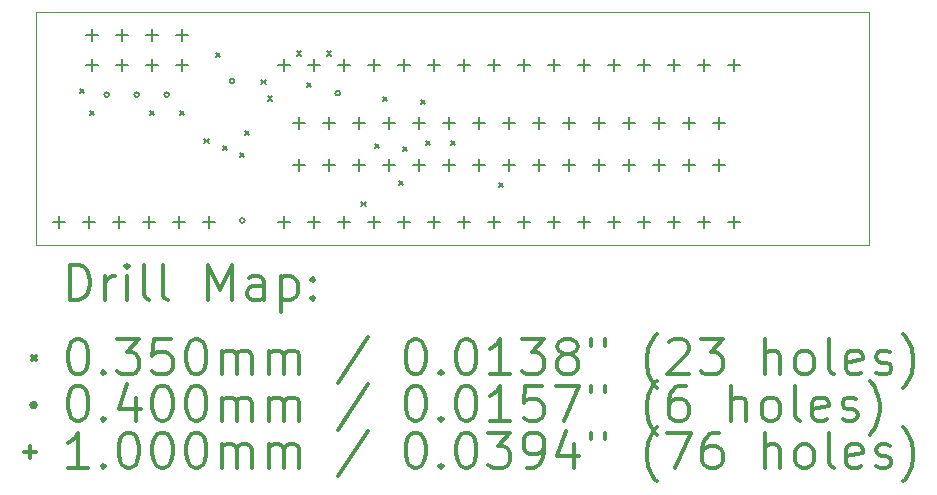
<source format=gbr>
%FSLAX45Y45*%
G04 Gerber Fmt 4.5, Leading zero omitted, Abs format (unit mm)*
G04 Created by KiCad (PCBNEW (5.1.10)-1) date 2022-11-19 00:44:42*
%MOMM*%
%LPD*%
G01*
G04 APERTURE LIST*
%TA.AperFunction,Profile*%
%ADD10C,0.050000*%
%TD*%
%ADD11C,0.200000*%
%ADD12C,0.300000*%
G04 APERTURE END LIST*
D10*
X18669000Y-10858500D02*
X18669000Y-11112500D01*
X18561050Y-10858500D02*
X18669000Y-10858500D01*
X11620500Y-10858500D02*
X18561050Y-10858500D01*
X11620500Y-12827000D02*
X11620500Y-10858500D01*
X18669000Y-12827000D02*
X18669000Y-11112500D01*
X18605500Y-12827000D02*
X18669000Y-12827000D01*
X17716500Y-12827000D02*
X18605500Y-12827000D01*
X11620500Y-12827000D02*
X17716500Y-12827000D01*
D11*
X11990350Y-11507750D02*
X12025350Y-11542750D01*
X12025350Y-11507750D02*
X11990350Y-11542750D01*
X12072900Y-11693500D02*
X12107900Y-11728500D01*
X12107900Y-11693500D02*
X12072900Y-11728500D01*
X12580900Y-11691900D02*
X12615900Y-11726900D01*
X12615900Y-11691900D02*
X12580900Y-11726900D01*
X12834900Y-11693500D02*
X12869900Y-11728500D01*
X12869900Y-11693500D02*
X12834900Y-11728500D01*
X13044450Y-11933200D02*
X13079450Y-11968200D01*
X13079450Y-11933200D02*
X13044450Y-11968200D01*
X13139700Y-11202950D02*
X13174700Y-11237950D01*
X13174700Y-11202950D02*
X13139700Y-11237950D01*
X13203200Y-11990350D02*
X13238200Y-12025350D01*
X13238200Y-11990350D02*
X13203200Y-12025350D01*
X13342900Y-12047500D02*
X13377900Y-12082500D01*
X13377900Y-12047500D02*
X13342900Y-12082500D01*
X13387350Y-11863350D02*
X13422350Y-11898350D01*
X13422350Y-11863350D02*
X13387350Y-11898350D01*
X13527050Y-11431550D02*
X13562050Y-11466550D01*
X13562050Y-11431550D02*
X13527050Y-11466550D01*
X13584200Y-11571250D02*
X13619200Y-11606250D01*
X13619200Y-11571250D02*
X13584200Y-11606250D01*
X13825500Y-11190250D02*
X13860500Y-11225250D01*
X13860500Y-11190250D02*
X13825500Y-11225250D01*
X13914400Y-11456950D02*
X13949400Y-11491950D01*
X13949400Y-11456950D02*
X13914400Y-11491950D01*
X14079500Y-11190250D02*
X14114500Y-11225250D01*
X14114500Y-11190250D02*
X14079500Y-11225250D01*
X14374200Y-12464000D02*
X14409200Y-12499000D01*
X14409200Y-12464000D02*
X14374200Y-12499000D01*
X14485900Y-11971300D02*
X14520900Y-12006300D01*
X14520900Y-11971300D02*
X14485900Y-12006300D01*
X14558290Y-11578870D02*
X14593290Y-11613870D01*
X14593290Y-11578870D02*
X14558290Y-11613870D01*
X14689100Y-12288800D02*
X14724100Y-12323800D01*
X14724100Y-12288800D02*
X14689100Y-12323800D01*
X14727200Y-11996700D02*
X14762200Y-12031700D01*
X14762200Y-11996700D02*
X14727200Y-12031700D01*
X14879600Y-11603000D02*
X14914600Y-11638000D01*
X14914600Y-11603000D02*
X14879600Y-11638000D01*
X14917700Y-11945900D02*
X14952700Y-11980900D01*
X14952700Y-11945900D02*
X14917700Y-11980900D01*
X15133600Y-11945900D02*
X15168600Y-11980900D01*
X15168600Y-11945900D02*
X15133600Y-11980900D01*
X15540000Y-12301500D02*
X15575000Y-12336500D01*
X15575000Y-12301500D02*
X15540000Y-12336500D01*
X12237400Y-11557000D02*
G75*
G03*
X12237400Y-11557000I-20000J0D01*
G01*
X12491400Y-11557000D02*
G75*
G03*
X12491400Y-11557000I-20000J0D01*
G01*
X12745400Y-11557000D02*
G75*
G03*
X12745400Y-11557000I-20000J0D01*
G01*
X13296580Y-11441430D02*
G75*
G03*
X13296580Y-11441430I-20000J0D01*
G01*
X13385480Y-12622530D02*
G75*
G03*
X13385480Y-12622530I-20000J0D01*
G01*
X14193200Y-11544300D02*
G75*
G03*
X14193200Y-11544300I-20000J0D01*
G01*
X11811000Y-12586500D02*
X11811000Y-12686500D01*
X11761000Y-12636500D02*
X11861000Y-12636500D01*
X12065000Y-12586500D02*
X12065000Y-12686500D01*
X12015000Y-12636500D02*
X12115000Y-12636500D01*
X12090400Y-10999000D02*
X12090400Y-11099000D01*
X12040400Y-11049000D02*
X12140400Y-11049000D01*
X12090400Y-11253000D02*
X12090400Y-11353000D01*
X12040400Y-11303000D02*
X12140400Y-11303000D01*
X12319000Y-12586500D02*
X12319000Y-12686500D01*
X12269000Y-12636500D02*
X12369000Y-12636500D01*
X12344400Y-10999000D02*
X12344400Y-11099000D01*
X12294400Y-11049000D02*
X12394400Y-11049000D01*
X12344400Y-11253000D02*
X12344400Y-11353000D01*
X12294400Y-11303000D02*
X12394400Y-11303000D01*
X12573000Y-12586500D02*
X12573000Y-12686500D01*
X12523000Y-12636500D02*
X12623000Y-12636500D01*
X12598400Y-10999000D02*
X12598400Y-11099000D01*
X12548400Y-11049000D02*
X12648400Y-11049000D01*
X12598400Y-11253000D02*
X12598400Y-11353000D01*
X12548400Y-11303000D02*
X12648400Y-11303000D01*
X12827000Y-12586500D02*
X12827000Y-12686500D01*
X12777000Y-12636500D02*
X12877000Y-12636500D01*
X12852400Y-10999000D02*
X12852400Y-11099000D01*
X12802400Y-11049000D02*
X12902400Y-11049000D01*
X12852400Y-11253000D02*
X12852400Y-11353000D01*
X12802400Y-11303000D02*
X12902400Y-11303000D01*
X13081000Y-12586500D02*
X13081000Y-12686500D01*
X13031000Y-12636500D02*
X13131000Y-12636500D01*
X13716000Y-11253000D02*
X13716000Y-11353000D01*
X13666000Y-11303000D02*
X13766000Y-11303000D01*
X13716000Y-12586500D02*
X13716000Y-12686500D01*
X13666000Y-12636500D02*
X13766000Y-12636500D01*
X13843000Y-11747900D02*
X13843000Y-11847900D01*
X13793000Y-11797900D02*
X13893000Y-11797900D01*
X13843000Y-12103900D02*
X13843000Y-12203900D01*
X13793000Y-12153900D02*
X13893000Y-12153900D01*
X13970000Y-11253000D02*
X13970000Y-11353000D01*
X13920000Y-11303000D02*
X14020000Y-11303000D01*
X13970000Y-12586500D02*
X13970000Y-12686500D01*
X13920000Y-12636500D02*
X14020000Y-12636500D01*
X14097000Y-11747900D02*
X14097000Y-11847900D01*
X14047000Y-11797900D02*
X14147000Y-11797900D01*
X14097000Y-12103900D02*
X14097000Y-12203900D01*
X14047000Y-12153900D02*
X14147000Y-12153900D01*
X14224000Y-11253000D02*
X14224000Y-11353000D01*
X14174000Y-11303000D02*
X14274000Y-11303000D01*
X14224000Y-12586500D02*
X14224000Y-12686500D01*
X14174000Y-12636500D02*
X14274000Y-12636500D01*
X14351000Y-11747900D02*
X14351000Y-11847900D01*
X14301000Y-11797900D02*
X14401000Y-11797900D01*
X14351000Y-12103900D02*
X14351000Y-12203900D01*
X14301000Y-12153900D02*
X14401000Y-12153900D01*
X14478000Y-11253000D02*
X14478000Y-11353000D01*
X14428000Y-11303000D02*
X14528000Y-11303000D01*
X14478000Y-12586500D02*
X14478000Y-12686500D01*
X14428000Y-12636500D02*
X14528000Y-12636500D01*
X14605000Y-11747900D02*
X14605000Y-11847900D01*
X14555000Y-11797900D02*
X14655000Y-11797900D01*
X14605000Y-12103900D02*
X14605000Y-12203900D01*
X14555000Y-12153900D02*
X14655000Y-12153900D01*
X14732000Y-11253000D02*
X14732000Y-11353000D01*
X14682000Y-11303000D02*
X14782000Y-11303000D01*
X14732000Y-12586500D02*
X14732000Y-12686500D01*
X14682000Y-12636500D02*
X14782000Y-12636500D01*
X14859000Y-11747900D02*
X14859000Y-11847900D01*
X14809000Y-11797900D02*
X14909000Y-11797900D01*
X14859000Y-12103900D02*
X14859000Y-12203900D01*
X14809000Y-12153900D02*
X14909000Y-12153900D01*
X14986000Y-11253000D02*
X14986000Y-11353000D01*
X14936000Y-11303000D02*
X15036000Y-11303000D01*
X14986000Y-12586500D02*
X14986000Y-12686500D01*
X14936000Y-12636500D02*
X15036000Y-12636500D01*
X15113000Y-11747900D02*
X15113000Y-11847900D01*
X15063000Y-11797900D02*
X15163000Y-11797900D01*
X15113000Y-12103900D02*
X15113000Y-12203900D01*
X15063000Y-12153900D02*
X15163000Y-12153900D01*
X15240000Y-11253000D02*
X15240000Y-11353000D01*
X15190000Y-11303000D02*
X15290000Y-11303000D01*
X15240000Y-12586500D02*
X15240000Y-12686500D01*
X15190000Y-12636500D02*
X15290000Y-12636500D01*
X15367000Y-11747900D02*
X15367000Y-11847900D01*
X15317000Y-11797900D02*
X15417000Y-11797900D01*
X15367000Y-12103900D02*
X15367000Y-12203900D01*
X15317000Y-12153900D02*
X15417000Y-12153900D01*
X15494000Y-11253000D02*
X15494000Y-11353000D01*
X15444000Y-11303000D02*
X15544000Y-11303000D01*
X15494000Y-12586500D02*
X15494000Y-12686500D01*
X15444000Y-12636500D02*
X15544000Y-12636500D01*
X15621000Y-11747900D02*
X15621000Y-11847900D01*
X15571000Y-11797900D02*
X15671000Y-11797900D01*
X15621000Y-12103900D02*
X15621000Y-12203900D01*
X15571000Y-12153900D02*
X15671000Y-12153900D01*
X15748000Y-11253000D02*
X15748000Y-11353000D01*
X15698000Y-11303000D02*
X15798000Y-11303000D01*
X15748000Y-12586500D02*
X15748000Y-12686500D01*
X15698000Y-12636500D02*
X15798000Y-12636500D01*
X15875000Y-11747900D02*
X15875000Y-11847900D01*
X15825000Y-11797900D02*
X15925000Y-11797900D01*
X15875000Y-12103900D02*
X15875000Y-12203900D01*
X15825000Y-12153900D02*
X15925000Y-12153900D01*
X16002000Y-11253000D02*
X16002000Y-11353000D01*
X15952000Y-11303000D02*
X16052000Y-11303000D01*
X16002000Y-12586500D02*
X16002000Y-12686500D01*
X15952000Y-12636500D02*
X16052000Y-12636500D01*
X16129000Y-11747900D02*
X16129000Y-11847900D01*
X16079000Y-11797900D02*
X16179000Y-11797900D01*
X16129000Y-12103900D02*
X16129000Y-12203900D01*
X16079000Y-12153900D02*
X16179000Y-12153900D01*
X16256000Y-11253000D02*
X16256000Y-11353000D01*
X16206000Y-11303000D02*
X16306000Y-11303000D01*
X16256000Y-12586500D02*
X16256000Y-12686500D01*
X16206000Y-12636500D02*
X16306000Y-12636500D01*
X16383000Y-11747900D02*
X16383000Y-11847900D01*
X16333000Y-11797900D02*
X16433000Y-11797900D01*
X16383000Y-12103900D02*
X16383000Y-12203900D01*
X16333000Y-12153900D02*
X16433000Y-12153900D01*
X16510000Y-11253000D02*
X16510000Y-11353000D01*
X16460000Y-11303000D02*
X16560000Y-11303000D01*
X16510000Y-12586500D02*
X16510000Y-12686500D01*
X16460000Y-12636500D02*
X16560000Y-12636500D01*
X16637000Y-11747900D02*
X16637000Y-11847900D01*
X16587000Y-11797900D02*
X16687000Y-11797900D01*
X16637000Y-12103900D02*
X16637000Y-12203900D01*
X16587000Y-12153900D02*
X16687000Y-12153900D01*
X16764000Y-11253000D02*
X16764000Y-11353000D01*
X16714000Y-11303000D02*
X16814000Y-11303000D01*
X16764000Y-12586500D02*
X16764000Y-12686500D01*
X16714000Y-12636500D02*
X16814000Y-12636500D01*
X16891000Y-11747900D02*
X16891000Y-11847900D01*
X16841000Y-11797900D02*
X16941000Y-11797900D01*
X16891000Y-12103900D02*
X16891000Y-12203900D01*
X16841000Y-12153900D02*
X16941000Y-12153900D01*
X17018000Y-11253000D02*
X17018000Y-11353000D01*
X16968000Y-11303000D02*
X17068000Y-11303000D01*
X17018000Y-12586500D02*
X17018000Y-12686500D01*
X16968000Y-12636500D02*
X17068000Y-12636500D01*
X17145000Y-11747900D02*
X17145000Y-11847900D01*
X17095000Y-11797900D02*
X17195000Y-11797900D01*
X17145000Y-12103900D02*
X17145000Y-12203900D01*
X17095000Y-12153900D02*
X17195000Y-12153900D01*
X17272000Y-11253000D02*
X17272000Y-11353000D01*
X17222000Y-11303000D02*
X17322000Y-11303000D01*
X17272000Y-12586500D02*
X17272000Y-12686500D01*
X17222000Y-12636500D02*
X17322000Y-12636500D01*
X17399000Y-11747900D02*
X17399000Y-11847900D01*
X17349000Y-11797900D02*
X17449000Y-11797900D01*
X17399000Y-12103900D02*
X17399000Y-12203900D01*
X17349000Y-12153900D02*
X17449000Y-12153900D01*
X17526000Y-11253000D02*
X17526000Y-11353000D01*
X17476000Y-11303000D02*
X17576000Y-11303000D01*
X17526000Y-12586500D02*
X17526000Y-12686500D01*
X17476000Y-12636500D02*
X17576000Y-12636500D01*
D12*
X11904428Y-13295214D02*
X11904428Y-12995214D01*
X11975857Y-12995214D01*
X12018714Y-13009500D01*
X12047286Y-13038071D01*
X12061571Y-13066643D01*
X12075857Y-13123786D01*
X12075857Y-13166643D01*
X12061571Y-13223786D01*
X12047286Y-13252357D01*
X12018714Y-13280929D01*
X11975857Y-13295214D01*
X11904428Y-13295214D01*
X12204428Y-13295214D02*
X12204428Y-13095214D01*
X12204428Y-13152357D02*
X12218714Y-13123786D01*
X12233000Y-13109500D01*
X12261571Y-13095214D01*
X12290143Y-13095214D01*
X12390143Y-13295214D02*
X12390143Y-13095214D01*
X12390143Y-12995214D02*
X12375857Y-13009500D01*
X12390143Y-13023786D01*
X12404428Y-13009500D01*
X12390143Y-12995214D01*
X12390143Y-13023786D01*
X12575857Y-13295214D02*
X12547286Y-13280929D01*
X12533000Y-13252357D01*
X12533000Y-12995214D01*
X12733000Y-13295214D02*
X12704428Y-13280929D01*
X12690143Y-13252357D01*
X12690143Y-12995214D01*
X13075857Y-13295214D02*
X13075857Y-12995214D01*
X13175857Y-13209500D01*
X13275857Y-12995214D01*
X13275857Y-13295214D01*
X13547286Y-13295214D02*
X13547286Y-13138071D01*
X13533000Y-13109500D01*
X13504428Y-13095214D01*
X13447286Y-13095214D01*
X13418714Y-13109500D01*
X13547286Y-13280929D02*
X13518714Y-13295214D01*
X13447286Y-13295214D01*
X13418714Y-13280929D01*
X13404428Y-13252357D01*
X13404428Y-13223786D01*
X13418714Y-13195214D01*
X13447286Y-13180929D01*
X13518714Y-13180929D01*
X13547286Y-13166643D01*
X13690143Y-13095214D02*
X13690143Y-13395214D01*
X13690143Y-13109500D02*
X13718714Y-13095214D01*
X13775857Y-13095214D01*
X13804428Y-13109500D01*
X13818714Y-13123786D01*
X13833000Y-13152357D01*
X13833000Y-13238071D01*
X13818714Y-13266643D01*
X13804428Y-13280929D01*
X13775857Y-13295214D01*
X13718714Y-13295214D01*
X13690143Y-13280929D01*
X13961571Y-13266643D02*
X13975857Y-13280929D01*
X13961571Y-13295214D01*
X13947286Y-13280929D01*
X13961571Y-13266643D01*
X13961571Y-13295214D01*
X13961571Y-13109500D02*
X13975857Y-13123786D01*
X13961571Y-13138071D01*
X13947286Y-13123786D01*
X13961571Y-13109500D01*
X13961571Y-13138071D01*
X11583000Y-13772000D02*
X11618000Y-13807000D01*
X11618000Y-13772000D02*
X11583000Y-13807000D01*
X11961571Y-13625214D02*
X11990143Y-13625214D01*
X12018714Y-13639500D01*
X12033000Y-13653786D01*
X12047286Y-13682357D01*
X12061571Y-13739500D01*
X12061571Y-13810929D01*
X12047286Y-13868071D01*
X12033000Y-13896643D01*
X12018714Y-13910929D01*
X11990143Y-13925214D01*
X11961571Y-13925214D01*
X11933000Y-13910929D01*
X11918714Y-13896643D01*
X11904428Y-13868071D01*
X11890143Y-13810929D01*
X11890143Y-13739500D01*
X11904428Y-13682357D01*
X11918714Y-13653786D01*
X11933000Y-13639500D01*
X11961571Y-13625214D01*
X12190143Y-13896643D02*
X12204428Y-13910929D01*
X12190143Y-13925214D01*
X12175857Y-13910929D01*
X12190143Y-13896643D01*
X12190143Y-13925214D01*
X12304428Y-13625214D02*
X12490143Y-13625214D01*
X12390143Y-13739500D01*
X12433000Y-13739500D01*
X12461571Y-13753786D01*
X12475857Y-13768071D01*
X12490143Y-13796643D01*
X12490143Y-13868071D01*
X12475857Y-13896643D01*
X12461571Y-13910929D01*
X12433000Y-13925214D01*
X12347286Y-13925214D01*
X12318714Y-13910929D01*
X12304428Y-13896643D01*
X12761571Y-13625214D02*
X12618714Y-13625214D01*
X12604428Y-13768071D01*
X12618714Y-13753786D01*
X12647286Y-13739500D01*
X12718714Y-13739500D01*
X12747286Y-13753786D01*
X12761571Y-13768071D01*
X12775857Y-13796643D01*
X12775857Y-13868071D01*
X12761571Y-13896643D01*
X12747286Y-13910929D01*
X12718714Y-13925214D01*
X12647286Y-13925214D01*
X12618714Y-13910929D01*
X12604428Y-13896643D01*
X12961571Y-13625214D02*
X12990143Y-13625214D01*
X13018714Y-13639500D01*
X13033000Y-13653786D01*
X13047286Y-13682357D01*
X13061571Y-13739500D01*
X13061571Y-13810929D01*
X13047286Y-13868071D01*
X13033000Y-13896643D01*
X13018714Y-13910929D01*
X12990143Y-13925214D01*
X12961571Y-13925214D01*
X12933000Y-13910929D01*
X12918714Y-13896643D01*
X12904428Y-13868071D01*
X12890143Y-13810929D01*
X12890143Y-13739500D01*
X12904428Y-13682357D01*
X12918714Y-13653786D01*
X12933000Y-13639500D01*
X12961571Y-13625214D01*
X13190143Y-13925214D02*
X13190143Y-13725214D01*
X13190143Y-13753786D02*
X13204428Y-13739500D01*
X13233000Y-13725214D01*
X13275857Y-13725214D01*
X13304428Y-13739500D01*
X13318714Y-13768071D01*
X13318714Y-13925214D01*
X13318714Y-13768071D02*
X13333000Y-13739500D01*
X13361571Y-13725214D01*
X13404428Y-13725214D01*
X13433000Y-13739500D01*
X13447286Y-13768071D01*
X13447286Y-13925214D01*
X13590143Y-13925214D02*
X13590143Y-13725214D01*
X13590143Y-13753786D02*
X13604428Y-13739500D01*
X13633000Y-13725214D01*
X13675857Y-13725214D01*
X13704428Y-13739500D01*
X13718714Y-13768071D01*
X13718714Y-13925214D01*
X13718714Y-13768071D02*
X13733000Y-13739500D01*
X13761571Y-13725214D01*
X13804428Y-13725214D01*
X13833000Y-13739500D01*
X13847286Y-13768071D01*
X13847286Y-13925214D01*
X14433000Y-13610929D02*
X14175857Y-13996643D01*
X14818714Y-13625214D02*
X14847286Y-13625214D01*
X14875857Y-13639500D01*
X14890143Y-13653786D01*
X14904428Y-13682357D01*
X14918714Y-13739500D01*
X14918714Y-13810929D01*
X14904428Y-13868071D01*
X14890143Y-13896643D01*
X14875857Y-13910929D01*
X14847286Y-13925214D01*
X14818714Y-13925214D01*
X14790143Y-13910929D01*
X14775857Y-13896643D01*
X14761571Y-13868071D01*
X14747286Y-13810929D01*
X14747286Y-13739500D01*
X14761571Y-13682357D01*
X14775857Y-13653786D01*
X14790143Y-13639500D01*
X14818714Y-13625214D01*
X15047286Y-13896643D02*
X15061571Y-13910929D01*
X15047286Y-13925214D01*
X15033000Y-13910929D01*
X15047286Y-13896643D01*
X15047286Y-13925214D01*
X15247286Y-13625214D02*
X15275857Y-13625214D01*
X15304428Y-13639500D01*
X15318714Y-13653786D01*
X15333000Y-13682357D01*
X15347286Y-13739500D01*
X15347286Y-13810929D01*
X15333000Y-13868071D01*
X15318714Y-13896643D01*
X15304428Y-13910929D01*
X15275857Y-13925214D01*
X15247286Y-13925214D01*
X15218714Y-13910929D01*
X15204428Y-13896643D01*
X15190143Y-13868071D01*
X15175857Y-13810929D01*
X15175857Y-13739500D01*
X15190143Y-13682357D01*
X15204428Y-13653786D01*
X15218714Y-13639500D01*
X15247286Y-13625214D01*
X15633000Y-13925214D02*
X15461571Y-13925214D01*
X15547286Y-13925214D02*
X15547286Y-13625214D01*
X15518714Y-13668071D01*
X15490143Y-13696643D01*
X15461571Y-13710929D01*
X15733000Y-13625214D02*
X15918714Y-13625214D01*
X15818714Y-13739500D01*
X15861571Y-13739500D01*
X15890143Y-13753786D01*
X15904428Y-13768071D01*
X15918714Y-13796643D01*
X15918714Y-13868071D01*
X15904428Y-13896643D01*
X15890143Y-13910929D01*
X15861571Y-13925214D01*
X15775857Y-13925214D01*
X15747286Y-13910929D01*
X15733000Y-13896643D01*
X16090143Y-13753786D02*
X16061571Y-13739500D01*
X16047286Y-13725214D01*
X16033000Y-13696643D01*
X16033000Y-13682357D01*
X16047286Y-13653786D01*
X16061571Y-13639500D01*
X16090143Y-13625214D01*
X16147286Y-13625214D01*
X16175857Y-13639500D01*
X16190143Y-13653786D01*
X16204428Y-13682357D01*
X16204428Y-13696643D01*
X16190143Y-13725214D01*
X16175857Y-13739500D01*
X16147286Y-13753786D01*
X16090143Y-13753786D01*
X16061571Y-13768071D01*
X16047286Y-13782357D01*
X16033000Y-13810929D01*
X16033000Y-13868071D01*
X16047286Y-13896643D01*
X16061571Y-13910929D01*
X16090143Y-13925214D01*
X16147286Y-13925214D01*
X16175857Y-13910929D01*
X16190143Y-13896643D01*
X16204428Y-13868071D01*
X16204428Y-13810929D01*
X16190143Y-13782357D01*
X16175857Y-13768071D01*
X16147286Y-13753786D01*
X16318714Y-13625214D02*
X16318714Y-13682357D01*
X16433000Y-13625214D02*
X16433000Y-13682357D01*
X16875857Y-14039500D02*
X16861571Y-14025214D01*
X16833000Y-13982357D01*
X16818714Y-13953786D01*
X16804428Y-13910929D01*
X16790143Y-13839500D01*
X16790143Y-13782357D01*
X16804428Y-13710929D01*
X16818714Y-13668071D01*
X16833000Y-13639500D01*
X16861571Y-13596643D01*
X16875857Y-13582357D01*
X16975857Y-13653786D02*
X16990143Y-13639500D01*
X17018714Y-13625214D01*
X17090143Y-13625214D01*
X17118714Y-13639500D01*
X17133000Y-13653786D01*
X17147286Y-13682357D01*
X17147286Y-13710929D01*
X17133000Y-13753786D01*
X16961571Y-13925214D01*
X17147286Y-13925214D01*
X17247286Y-13625214D02*
X17433000Y-13625214D01*
X17333000Y-13739500D01*
X17375857Y-13739500D01*
X17404428Y-13753786D01*
X17418714Y-13768071D01*
X17433000Y-13796643D01*
X17433000Y-13868071D01*
X17418714Y-13896643D01*
X17404428Y-13910929D01*
X17375857Y-13925214D01*
X17290143Y-13925214D01*
X17261571Y-13910929D01*
X17247286Y-13896643D01*
X17790143Y-13925214D02*
X17790143Y-13625214D01*
X17918714Y-13925214D02*
X17918714Y-13768071D01*
X17904428Y-13739500D01*
X17875857Y-13725214D01*
X17833000Y-13725214D01*
X17804428Y-13739500D01*
X17790143Y-13753786D01*
X18104428Y-13925214D02*
X18075857Y-13910929D01*
X18061571Y-13896643D01*
X18047286Y-13868071D01*
X18047286Y-13782357D01*
X18061571Y-13753786D01*
X18075857Y-13739500D01*
X18104428Y-13725214D01*
X18147286Y-13725214D01*
X18175857Y-13739500D01*
X18190143Y-13753786D01*
X18204428Y-13782357D01*
X18204428Y-13868071D01*
X18190143Y-13896643D01*
X18175857Y-13910929D01*
X18147286Y-13925214D01*
X18104428Y-13925214D01*
X18375857Y-13925214D02*
X18347286Y-13910929D01*
X18333000Y-13882357D01*
X18333000Y-13625214D01*
X18604428Y-13910929D02*
X18575857Y-13925214D01*
X18518714Y-13925214D01*
X18490143Y-13910929D01*
X18475857Y-13882357D01*
X18475857Y-13768071D01*
X18490143Y-13739500D01*
X18518714Y-13725214D01*
X18575857Y-13725214D01*
X18604428Y-13739500D01*
X18618714Y-13768071D01*
X18618714Y-13796643D01*
X18475857Y-13825214D01*
X18733000Y-13910929D02*
X18761571Y-13925214D01*
X18818714Y-13925214D01*
X18847286Y-13910929D01*
X18861571Y-13882357D01*
X18861571Y-13868071D01*
X18847286Y-13839500D01*
X18818714Y-13825214D01*
X18775857Y-13825214D01*
X18747286Y-13810929D01*
X18733000Y-13782357D01*
X18733000Y-13768071D01*
X18747286Y-13739500D01*
X18775857Y-13725214D01*
X18818714Y-13725214D01*
X18847286Y-13739500D01*
X18961571Y-14039500D02*
X18975857Y-14025214D01*
X19004428Y-13982357D01*
X19018714Y-13953786D01*
X19033000Y-13910929D01*
X19047286Y-13839500D01*
X19047286Y-13782357D01*
X19033000Y-13710929D01*
X19018714Y-13668071D01*
X19004428Y-13639500D01*
X18975857Y-13596643D01*
X18961571Y-13582357D01*
X11618000Y-14185500D02*
G75*
G03*
X11618000Y-14185500I-20000J0D01*
G01*
X11961571Y-14021214D02*
X11990143Y-14021214D01*
X12018714Y-14035500D01*
X12033000Y-14049786D01*
X12047286Y-14078357D01*
X12061571Y-14135500D01*
X12061571Y-14206929D01*
X12047286Y-14264071D01*
X12033000Y-14292643D01*
X12018714Y-14306929D01*
X11990143Y-14321214D01*
X11961571Y-14321214D01*
X11933000Y-14306929D01*
X11918714Y-14292643D01*
X11904428Y-14264071D01*
X11890143Y-14206929D01*
X11890143Y-14135500D01*
X11904428Y-14078357D01*
X11918714Y-14049786D01*
X11933000Y-14035500D01*
X11961571Y-14021214D01*
X12190143Y-14292643D02*
X12204428Y-14306929D01*
X12190143Y-14321214D01*
X12175857Y-14306929D01*
X12190143Y-14292643D01*
X12190143Y-14321214D01*
X12461571Y-14121214D02*
X12461571Y-14321214D01*
X12390143Y-14006929D02*
X12318714Y-14221214D01*
X12504428Y-14221214D01*
X12675857Y-14021214D02*
X12704428Y-14021214D01*
X12733000Y-14035500D01*
X12747286Y-14049786D01*
X12761571Y-14078357D01*
X12775857Y-14135500D01*
X12775857Y-14206929D01*
X12761571Y-14264071D01*
X12747286Y-14292643D01*
X12733000Y-14306929D01*
X12704428Y-14321214D01*
X12675857Y-14321214D01*
X12647286Y-14306929D01*
X12633000Y-14292643D01*
X12618714Y-14264071D01*
X12604428Y-14206929D01*
X12604428Y-14135500D01*
X12618714Y-14078357D01*
X12633000Y-14049786D01*
X12647286Y-14035500D01*
X12675857Y-14021214D01*
X12961571Y-14021214D02*
X12990143Y-14021214D01*
X13018714Y-14035500D01*
X13033000Y-14049786D01*
X13047286Y-14078357D01*
X13061571Y-14135500D01*
X13061571Y-14206929D01*
X13047286Y-14264071D01*
X13033000Y-14292643D01*
X13018714Y-14306929D01*
X12990143Y-14321214D01*
X12961571Y-14321214D01*
X12933000Y-14306929D01*
X12918714Y-14292643D01*
X12904428Y-14264071D01*
X12890143Y-14206929D01*
X12890143Y-14135500D01*
X12904428Y-14078357D01*
X12918714Y-14049786D01*
X12933000Y-14035500D01*
X12961571Y-14021214D01*
X13190143Y-14321214D02*
X13190143Y-14121214D01*
X13190143Y-14149786D02*
X13204428Y-14135500D01*
X13233000Y-14121214D01*
X13275857Y-14121214D01*
X13304428Y-14135500D01*
X13318714Y-14164071D01*
X13318714Y-14321214D01*
X13318714Y-14164071D02*
X13333000Y-14135500D01*
X13361571Y-14121214D01*
X13404428Y-14121214D01*
X13433000Y-14135500D01*
X13447286Y-14164071D01*
X13447286Y-14321214D01*
X13590143Y-14321214D02*
X13590143Y-14121214D01*
X13590143Y-14149786D02*
X13604428Y-14135500D01*
X13633000Y-14121214D01*
X13675857Y-14121214D01*
X13704428Y-14135500D01*
X13718714Y-14164071D01*
X13718714Y-14321214D01*
X13718714Y-14164071D02*
X13733000Y-14135500D01*
X13761571Y-14121214D01*
X13804428Y-14121214D01*
X13833000Y-14135500D01*
X13847286Y-14164071D01*
X13847286Y-14321214D01*
X14433000Y-14006929D02*
X14175857Y-14392643D01*
X14818714Y-14021214D02*
X14847286Y-14021214D01*
X14875857Y-14035500D01*
X14890143Y-14049786D01*
X14904428Y-14078357D01*
X14918714Y-14135500D01*
X14918714Y-14206929D01*
X14904428Y-14264071D01*
X14890143Y-14292643D01*
X14875857Y-14306929D01*
X14847286Y-14321214D01*
X14818714Y-14321214D01*
X14790143Y-14306929D01*
X14775857Y-14292643D01*
X14761571Y-14264071D01*
X14747286Y-14206929D01*
X14747286Y-14135500D01*
X14761571Y-14078357D01*
X14775857Y-14049786D01*
X14790143Y-14035500D01*
X14818714Y-14021214D01*
X15047286Y-14292643D02*
X15061571Y-14306929D01*
X15047286Y-14321214D01*
X15033000Y-14306929D01*
X15047286Y-14292643D01*
X15047286Y-14321214D01*
X15247286Y-14021214D02*
X15275857Y-14021214D01*
X15304428Y-14035500D01*
X15318714Y-14049786D01*
X15333000Y-14078357D01*
X15347286Y-14135500D01*
X15347286Y-14206929D01*
X15333000Y-14264071D01*
X15318714Y-14292643D01*
X15304428Y-14306929D01*
X15275857Y-14321214D01*
X15247286Y-14321214D01*
X15218714Y-14306929D01*
X15204428Y-14292643D01*
X15190143Y-14264071D01*
X15175857Y-14206929D01*
X15175857Y-14135500D01*
X15190143Y-14078357D01*
X15204428Y-14049786D01*
X15218714Y-14035500D01*
X15247286Y-14021214D01*
X15633000Y-14321214D02*
X15461571Y-14321214D01*
X15547286Y-14321214D02*
X15547286Y-14021214D01*
X15518714Y-14064071D01*
X15490143Y-14092643D01*
X15461571Y-14106929D01*
X15904428Y-14021214D02*
X15761571Y-14021214D01*
X15747286Y-14164071D01*
X15761571Y-14149786D01*
X15790143Y-14135500D01*
X15861571Y-14135500D01*
X15890143Y-14149786D01*
X15904428Y-14164071D01*
X15918714Y-14192643D01*
X15918714Y-14264071D01*
X15904428Y-14292643D01*
X15890143Y-14306929D01*
X15861571Y-14321214D01*
X15790143Y-14321214D01*
X15761571Y-14306929D01*
X15747286Y-14292643D01*
X16018714Y-14021214D02*
X16218714Y-14021214D01*
X16090143Y-14321214D01*
X16318714Y-14021214D02*
X16318714Y-14078357D01*
X16433000Y-14021214D02*
X16433000Y-14078357D01*
X16875857Y-14435500D02*
X16861571Y-14421214D01*
X16833000Y-14378357D01*
X16818714Y-14349786D01*
X16804428Y-14306929D01*
X16790143Y-14235500D01*
X16790143Y-14178357D01*
X16804428Y-14106929D01*
X16818714Y-14064071D01*
X16833000Y-14035500D01*
X16861571Y-13992643D01*
X16875857Y-13978357D01*
X17118714Y-14021214D02*
X17061571Y-14021214D01*
X17033000Y-14035500D01*
X17018714Y-14049786D01*
X16990143Y-14092643D01*
X16975857Y-14149786D01*
X16975857Y-14264071D01*
X16990143Y-14292643D01*
X17004428Y-14306929D01*
X17033000Y-14321214D01*
X17090143Y-14321214D01*
X17118714Y-14306929D01*
X17133000Y-14292643D01*
X17147286Y-14264071D01*
X17147286Y-14192643D01*
X17133000Y-14164071D01*
X17118714Y-14149786D01*
X17090143Y-14135500D01*
X17033000Y-14135500D01*
X17004428Y-14149786D01*
X16990143Y-14164071D01*
X16975857Y-14192643D01*
X17504428Y-14321214D02*
X17504428Y-14021214D01*
X17633000Y-14321214D02*
X17633000Y-14164071D01*
X17618714Y-14135500D01*
X17590143Y-14121214D01*
X17547286Y-14121214D01*
X17518714Y-14135500D01*
X17504428Y-14149786D01*
X17818714Y-14321214D02*
X17790143Y-14306929D01*
X17775857Y-14292643D01*
X17761571Y-14264071D01*
X17761571Y-14178357D01*
X17775857Y-14149786D01*
X17790143Y-14135500D01*
X17818714Y-14121214D01*
X17861571Y-14121214D01*
X17890143Y-14135500D01*
X17904428Y-14149786D01*
X17918714Y-14178357D01*
X17918714Y-14264071D01*
X17904428Y-14292643D01*
X17890143Y-14306929D01*
X17861571Y-14321214D01*
X17818714Y-14321214D01*
X18090143Y-14321214D02*
X18061571Y-14306929D01*
X18047286Y-14278357D01*
X18047286Y-14021214D01*
X18318714Y-14306929D02*
X18290143Y-14321214D01*
X18233000Y-14321214D01*
X18204428Y-14306929D01*
X18190143Y-14278357D01*
X18190143Y-14164071D01*
X18204428Y-14135500D01*
X18233000Y-14121214D01*
X18290143Y-14121214D01*
X18318714Y-14135500D01*
X18333000Y-14164071D01*
X18333000Y-14192643D01*
X18190143Y-14221214D01*
X18447286Y-14306929D02*
X18475857Y-14321214D01*
X18533000Y-14321214D01*
X18561571Y-14306929D01*
X18575857Y-14278357D01*
X18575857Y-14264071D01*
X18561571Y-14235500D01*
X18533000Y-14221214D01*
X18490143Y-14221214D01*
X18461571Y-14206929D01*
X18447286Y-14178357D01*
X18447286Y-14164071D01*
X18461571Y-14135500D01*
X18490143Y-14121214D01*
X18533000Y-14121214D01*
X18561571Y-14135500D01*
X18675857Y-14435500D02*
X18690143Y-14421214D01*
X18718714Y-14378357D01*
X18733000Y-14349786D01*
X18747286Y-14306929D01*
X18761571Y-14235500D01*
X18761571Y-14178357D01*
X18747286Y-14106929D01*
X18733000Y-14064071D01*
X18718714Y-14035500D01*
X18690143Y-13992643D01*
X18675857Y-13978357D01*
X11568000Y-14531500D02*
X11568000Y-14631500D01*
X11518000Y-14581500D02*
X11618000Y-14581500D01*
X12061571Y-14717214D02*
X11890143Y-14717214D01*
X11975857Y-14717214D02*
X11975857Y-14417214D01*
X11947286Y-14460071D01*
X11918714Y-14488643D01*
X11890143Y-14502929D01*
X12190143Y-14688643D02*
X12204428Y-14702929D01*
X12190143Y-14717214D01*
X12175857Y-14702929D01*
X12190143Y-14688643D01*
X12190143Y-14717214D01*
X12390143Y-14417214D02*
X12418714Y-14417214D01*
X12447286Y-14431500D01*
X12461571Y-14445786D01*
X12475857Y-14474357D01*
X12490143Y-14531500D01*
X12490143Y-14602929D01*
X12475857Y-14660071D01*
X12461571Y-14688643D01*
X12447286Y-14702929D01*
X12418714Y-14717214D01*
X12390143Y-14717214D01*
X12361571Y-14702929D01*
X12347286Y-14688643D01*
X12333000Y-14660071D01*
X12318714Y-14602929D01*
X12318714Y-14531500D01*
X12333000Y-14474357D01*
X12347286Y-14445786D01*
X12361571Y-14431500D01*
X12390143Y-14417214D01*
X12675857Y-14417214D02*
X12704428Y-14417214D01*
X12733000Y-14431500D01*
X12747286Y-14445786D01*
X12761571Y-14474357D01*
X12775857Y-14531500D01*
X12775857Y-14602929D01*
X12761571Y-14660071D01*
X12747286Y-14688643D01*
X12733000Y-14702929D01*
X12704428Y-14717214D01*
X12675857Y-14717214D01*
X12647286Y-14702929D01*
X12633000Y-14688643D01*
X12618714Y-14660071D01*
X12604428Y-14602929D01*
X12604428Y-14531500D01*
X12618714Y-14474357D01*
X12633000Y-14445786D01*
X12647286Y-14431500D01*
X12675857Y-14417214D01*
X12961571Y-14417214D02*
X12990143Y-14417214D01*
X13018714Y-14431500D01*
X13033000Y-14445786D01*
X13047286Y-14474357D01*
X13061571Y-14531500D01*
X13061571Y-14602929D01*
X13047286Y-14660071D01*
X13033000Y-14688643D01*
X13018714Y-14702929D01*
X12990143Y-14717214D01*
X12961571Y-14717214D01*
X12933000Y-14702929D01*
X12918714Y-14688643D01*
X12904428Y-14660071D01*
X12890143Y-14602929D01*
X12890143Y-14531500D01*
X12904428Y-14474357D01*
X12918714Y-14445786D01*
X12933000Y-14431500D01*
X12961571Y-14417214D01*
X13190143Y-14717214D02*
X13190143Y-14517214D01*
X13190143Y-14545786D02*
X13204428Y-14531500D01*
X13233000Y-14517214D01*
X13275857Y-14517214D01*
X13304428Y-14531500D01*
X13318714Y-14560071D01*
X13318714Y-14717214D01*
X13318714Y-14560071D02*
X13333000Y-14531500D01*
X13361571Y-14517214D01*
X13404428Y-14517214D01*
X13433000Y-14531500D01*
X13447286Y-14560071D01*
X13447286Y-14717214D01*
X13590143Y-14717214D02*
X13590143Y-14517214D01*
X13590143Y-14545786D02*
X13604428Y-14531500D01*
X13633000Y-14517214D01*
X13675857Y-14517214D01*
X13704428Y-14531500D01*
X13718714Y-14560071D01*
X13718714Y-14717214D01*
X13718714Y-14560071D02*
X13733000Y-14531500D01*
X13761571Y-14517214D01*
X13804428Y-14517214D01*
X13833000Y-14531500D01*
X13847286Y-14560071D01*
X13847286Y-14717214D01*
X14433000Y-14402929D02*
X14175857Y-14788643D01*
X14818714Y-14417214D02*
X14847286Y-14417214D01*
X14875857Y-14431500D01*
X14890143Y-14445786D01*
X14904428Y-14474357D01*
X14918714Y-14531500D01*
X14918714Y-14602929D01*
X14904428Y-14660071D01*
X14890143Y-14688643D01*
X14875857Y-14702929D01*
X14847286Y-14717214D01*
X14818714Y-14717214D01*
X14790143Y-14702929D01*
X14775857Y-14688643D01*
X14761571Y-14660071D01*
X14747286Y-14602929D01*
X14747286Y-14531500D01*
X14761571Y-14474357D01*
X14775857Y-14445786D01*
X14790143Y-14431500D01*
X14818714Y-14417214D01*
X15047286Y-14688643D02*
X15061571Y-14702929D01*
X15047286Y-14717214D01*
X15033000Y-14702929D01*
X15047286Y-14688643D01*
X15047286Y-14717214D01*
X15247286Y-14417214D02*
X15275857Y-14417214D01*
X15304428Y-14431500D01*
X15318714Y-14445786D01*
X15333000Y-14474357D01*
X15347286Y-14531500D01*
X15347286Y-14602929D01*
X15333000Y-14660071D01*
X15318714Y-14688643D01*
X15304428Y-14702929D01*
X15275857Y-14717214D01*
X15247286Y-14717214D01*
X15218714Y-14702929D01*
X15204428Y-14688643D01*
X15190143Y-14660071D01*
X15175857Y-14602929D01*
X15175857Y-14531500D01*
X15190143Y-14474357D01*
X15204428Y-14445786D01*
X15218714Y-14431500D01*
X15247286Y-14417214D01*
X15447286Y-14417214D02*
X15633000Y-14417214D01*
X15533000Y-14531500D01*
X15575857Y-14531500D01*
X15604428Y-14545786D01*
X15618714Y-14560071D01*
X15633000Y-14588643D01*
X15633000Y-14660071D01*
X15618714Y-14688643D01*
X15604428Y-14702929D01*
X15575857Y-14717214D01*
X15490143Y-14717214D01*
X15461571Y-14702929D01*
X15447286Y-14688643D01*
X15775857Y-14717214D02*
X15833000Y-14717214D01*
X15861571Y-14702929D01*
X15875857Y-14688643D01*
X15904428Y-14645786D01*
X15918714Y-14588643D01*
X15918714Y-14474357D01*
X15904428Y-14445786D01*
X15890143Y-14431500D01*
X15861571Y-14417214D01*
X15804428Y-14417214D01*
X15775857Y-14431500D01*
X15761571Y-14445786D01*
X15747286Y-14474357D01*
X15747286Y-14545786D01*
X15761571Y-14574357D01*
X15775857Y-14588643D01*
X15804428Y-14602929D01*
X15861571Y-14602929D01*
X15890143Y-14588643D01*
X15904428Y-14574357D01*
X15918714Y-14545786D01*
X16175857Y-14517214D02*
X16175857Y-14717214D01*
X16104428Y-14402929D02*
X16033000Y-14617214D01*
X16218714Y-14617214D01*
X16318714Y-14417214D02*
X16318714Y-14474357D01*
X16433000Y-14417214D02*
X16433000Y-14474357D01*
X16875857Y-14831500D02*
X16861571Y-14817214D01*
X16833000Y-14774357D01*
X16818714Y-14745786D01*
X16804428Y-14702929D01*
X16790143Y-14631500D01*
X16790143Y-14574357D01*
X16804428Y-14502929D01*
X16818714Y-14460071D01*
X16833000Y-14431500D01*
X16861571Y-14388643D01*
X16875857Y-14374357D01*
X16961571Y-14417214D02*
X17161571Y-14417214D01*
X17033000Y-14717214D01*
X17404428Y-14417214D02*
X17347286Y-14417214D01*
X17318714Y-14431500D01*
X17304428Y-14445786D01*
X17275857Y-14488643D01*
X17261571Y-14545786D01*
X17261571Y-14660071D01*
X17275857Y-14688643D01*
X17290143Y-14702929D01*
X17318714Y-14717214D01*
X17375857Y-14717214D01*
X17404428Y-14702929D01*
X17418714Y-14688643D01*
X17433000Y-14660071D01*
X17433000Y-14588643D01*
X17418714Y-14560071D01*
X17404428Y-14545786D01*
X17375857Y-14531500D01*
X17318714Y-14531500D01*
X17290143Y-14545786D01*
X17275857Y-14560071D01*
X17261571Y-14588643D01*
X17790143Y-14717214D02*
X17790143Y-14417214D01*
X17918714Y-14717214D02*
X17918714Y-14560071D01*
X17904428Y-14531500D01*
X17875857Y-14517214D01*
X17833000Y-14517214D01*
X17804428Y-14531500D01*
X17790143Y-14545786D01*
X18104428Y-14717214D02*
X18075857Y-14702929D01*
X18061571Y-14688643D01*
X18047286Y-14660071D01*
X18047286Y-14574357D01*
X18061571Y-14545786D01*
X18075857Y-14531500D01*
X18104428Y-14517214D01*
X18147286Y-14517214D01*
X18175857Y-14531500D01*
X18190143Y-14545786D01*
X18204428Y-14574357D01*
X18204428Y-14660071D01*
X18190143Y-14688643D01*
X18175857Y-14702929D01*
X18147286Y-14717214D01*
X18104428Y-14717214D01*
X18375857Y-14717214D02*
X18347286Y-14702929D01*
X18333000Y-14674357D01*
X18333000Y-14417214D01*
X18604428Y-14702929D02*
X18575857Y-14717214D01*
X18518714Y-14717214D01*
X18490143Y-14702929D01*
X18475857Y-14674357D01*
X18475857Y-14560071D01*
X18490143Y-14531500D01*
X18518714Y-14517214D01*
X18575857Y-14517214D01*
X18604428Y-14531500D01*
X18618714Y-14560071D01*
X18618714Y-14588643D01*
X18475857Y-14617214D01*
X18733000Y-14702929D02*
X18761571Y-14717214D01*
X18818714Y-14717214D01*
X18847286Y-14702929D01*
X18861571Y-14674357D01*
X18861571Y-14660071D01*
X18847286Y-14631500D01*
X18818714Y-14617214D01*
X18775857Y-14617214D01*
X18747286Y-14602929D01*
X18733000Y-14574357D01*
X18733000Y-14560071D01*
X18747286Y-14531500D01*
X18775857Y-14517214D01*
X18818714Y-14517214D01*
X18847286Y-14531500D01*
X18961571Y-14831500D02*
X18975857Y-14817214D01*
X19004428Y-14774357D01*
X19018714Y-14745786D01*
X19033000Y-14702929D01*
X19047286Y-14631500D01*
X19047286Y-14574357D01*
X19033000Y-14502929D01*
X19018714Y-14460071D01*
X19004428Y-14431500D01*
X18975857Y-14388643D01*
X18961571Y-14374357D01*
M02*

</source>
